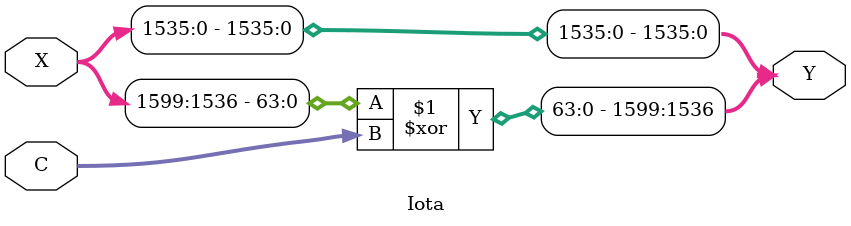
<source format=sv>
`timescale 1ns / 1ps
module keccak1600 (
    input           CLK,
    input           RESET,
    input           INIT,
    input           GO,
    input           SQUEEZE,
	input 			IN_READY,
    input           ABSORB,
    input           EXTEND,
    input   [31:0]  DIN_0, DIN_1,
    output          DONE,
    output  [31:0]  RESULT_0, RESULT_1
);

    wire    RESET_RF, ENABLE_RF, DONE_INTERN;
    wire    [63:0]   CONST;
    wire    [1599:0] REORDER_OUT_0, REORDER_OUT_1;
	reg 	[1599:0] STATE_RESULT_0, STATE_RESULT_1;
    assign RESULT_0 = STATE_RESULT_0[1599:1568];
    assign RESULT_1 = STATE_RESULT_1[1599:1568];
    assign DONE = DONE_INTERN;
	
	always @(posedge CLK) begin
		if (RESET) begin STATE_RESULT_0 <= 0; STATE_RESULT_1 <= 0; end 
		else if (DONE_INTERN) begin STATE_RESULT_0 <= REORDER_OUT_0; STATE_RESULT_1 <= REORDER_OUT_1; end 
		else if (SQUEEZE) begin STATE_RESULT_0 <= {STATE_RESULT_0[1567:0], STATE_RESULT_0[1599:1568]}; STATE_RESULT_1 <= {STATE_RESULT_1[1567:0], STATE_RESULT_1[1599:1568]}; end 
		else begin STATE_RESULT_0 <= STATE_RESULT_0; STATE_RESULT_1 <= STATE_RESULT_1; end 
	end 

    Round rnd(.CLK(CLK), .RESET(RESET_RF), .INIT(INIT), .ENABLE(ENABLE_RF), .IN_READY(IN_READY), .ABSORB(ABSORB), .EXTEND(EXTEND), .CONST(CONST), .DIN_0(DIN_0), .DIN_1(DIN_1), .OUTPUT_0(REORDER_OUT_0), .OUTPUT_1(REORDER_OUT_1));
    StateMachine fsm(.CLK(CLK), .RESET(RESET), .INIT(INIT), .GO(GO), .DONE(DONE_INTERN), .RESET_RF(RESET_RF), .ENABLE_RF(ENABLE_RF), .CONST(CONST));

endmodule

/////////////////////////////////////////////////////////////////////////////////////////////////////////////////////////////////////////////////////////////////////////

`define low_pos(w,b)      ((w)*64 + (b)*8)
`define low_pos2(w,b)     `low_pos(w,7-b)
`define high_pos(w,b)     (`low_pos(w,b) + 7)
`define high_pos2(w,b)    (`low_pos2(w,b) + 7)

module Round (
    input           CLK,
    input           RESET,
    input           INIT,
    input           ENABLE,
    input           IN_READY,
    input           ABSORB,
    input           EXTEND,
    input   [63:0]  CONST,
    input   [31:0]  DIN_0, DIN_1,
    output  [1599:0] OUTPUT_0, OUTPUT_1
);

    wire    [1599:0] MUX_0, STATE_0, TMP1_0, TMP2_0, TMP3_0, TMP4_0, TMP5_0, TMP6_0;
    wire    [1599:0] MUX_1, STATE_1, TMP1_1, TMP2_1, TMP3_1, TMP4_1, TMP5_1, TMP6_1;

    assign OUTPUT_0 = STATE_0;
    assign OUTPUT_1 = STATE_1;

    RegisterFDRE Reg_0(.CLK(CLK), .RESET(RESET), .INIT(INIT), .ENABLE(ENABLE), .IN_READY(IN_READY), .ABSORB(ABSORB), .EXTEND(EXTEND), .DIN(DIN_0), .D(TMP6_0), .Q(STATE_0));
    RegisterFDRE Reg_1(.CLK(CLK), .RESET(RESET), .INIT(INIT), .ENABLE(ENABLE), .IN_READY(IN_READY), .ABSORB(ABSORB), .EXTEND(EXTEND), .DIN(DIN_1), .D(TMP6_1), .Q(STATE_1));
    Theta   T0(.X(MUX_0), 	.Y(TMP1_0));
    Theta   T1(.X(MUX_1), 	.Y(TMP1_1));
    Rho     R0(.X(TMP1_0), 	.Y(TMP2_0));
    Rho     R1(.X(TMP1_1), 	.Y(TMP2_1));
    Pi      P0(.X(TMP2_0), 	.Y(TMP3_0));
    Pi      P1(.X(TMP2_1), 	.Y(TMP3_1));
    Chi     C(.X_0(TMP3_0),	.X_1(TMP3_1), .Y_0(TMP4_0), .Y_1(TMP4_1));
    Iota    I0(.X(TMP4_0), .C(CONST), .Y(TMP5_0));
    assign TMP5_1 = TMP4_1;
	

	genvar w, b;
	
    generate
      for(w=0; w<25; w=w+1)
        begin  
          for(b=0; b<8; b=b+1)
            begin 
              assign MUX_0[`high_pos(w,b):`low_pos(w,b)] = STATE_0[`high_pos2(w,b):`low_pos2(w,b)];
              assign MUX_1[`high_pos(w,b):`low_pos(w,b)] = STATE_1[`high_pos2(w,b):`low_pos2(w,b)];
            end
        end
    endgenerate

    generate
      for(w=0; w<25; w=w+1)
        begin  
          for(b=0; b<8; b=b+1)
            begin  
              assign TMP6_0[`high_pos(w,b):`low_pos(w,b)] = TMP5_0[`high_pos2(w,b):`low_pos2(w,b)];
              assign TMP6_1[`high_pos(w,b):`low_pos(w,b)] = TMP5_1[`high_pos2(w,b):`low_pos2(w,b)];
            end
        end
    endgenerate
	
endmodule

`undef low_pos
`undef low_pos2
`undef high_pos
`undef high_pos2

/////////////////////////////////////////////////////////////////////////////////////////////////////////////////////////////////////////////////////////////////////////

module RegisterFDRE (
    input           CLK,
    input           RESET,
    input           INIT,
    input           ENABLE,
    input           IN_READY,
    input           ABSORB,
    input           EXTEND,
    input   [31:0]  DIN,
    input   [1599:0] D,
    output  [1599:0] Q
);

    wire    [31:0]  Din_mux;
    reg     [1599:0] Q_buf;

    assign Q = Q_buf;
    assign Din_mux = EXTEND ? Q_buf[1599:1568] : (ABSORB ? Q_buf[1599:1568] ^ DIN : DIN) ;

    always @(posedge CLK) begin
        if (RESET) Q_buf <= 0;
        else if (INIT) Q_buf <= 0;
        else if (IN_READY | EXTEND ) Q_buf <= {Q_buf[1567:0], Din_mux};
        else if (ENABLE) Q_buf <= D;
    end

endmodule

/////////////////////////////////////////////////////////////////////////////////////////////////////////////////////////////////////////////////////////////////////////

module StateMachine (
    input           CLK,
    input           RESET,
    input           INIT,
    input           GO,
    output  reg     DONE,
    output  reg     RESET_RF,
    output  reg     ENABLE_RF,
    output reg [63:0] CONST
);
    `define     S_RESET 2'h0
    `define     S_INIT  2'h1
    `define     S_ROUND 2'h2
    `define     S_DONE  2'h3

    reg     [1:0]   STATE, NEXT_STATE;
    reg     [7:0]   LFSR;
    reg             RESET_LFSR, ENABLE_LFSR;

    always @(posedge CLK) begin
        if (RESET_LFSR) LFSR <= 8'h1;
        else if (ENABLE_LFSR) LFSR <= {LFSR[6:0], (LFSR[7] ^ LFSR[5] ^ LFSR[4] ^ LFSR[3])};
        else LFSR <= LFSR;
    end     

    always @(LFSR) begin 
        case(LFSR)
            8'h01  : CONST <= 64'h0000000000000001;
            8'h02  : CONST <= 64'h0000000000008082;
            8'h04  : CONST <= 64'h800000000000808A;
            8'h08  : CONST <= 64'h8000000080008000;
            8'h11  : CONST <= 64'h000000000000808B;
            8'h23  : CONST <= 64'h0000000080000001;
            8'h47  : CONST <= 64'h8000000080008081;
            8'h8E  : CONST <= 64'h8000000000008009;
            8'h1C  : CONST <= 64'h000000000000008A;
            8'h38  : CONST <= 64'h0000000000000088;
            8'h71  : CONST <= 64'h0000000080008009;
            8'hE2  : CONST <= 64'h000000008000000A;
            8'hC4  : CONST <= 64'h000000008000808B;
            8'h89  : CONST <= 64'h800000000000008B;
            8'h12  : CONST <= 64'h8000000000008089;
            8'h25  : CONST <= 64'h8000000000008003;
            8'h4B  : CONST <= 64'h8000000000008002;
            8'h97  : CONST <= 64'h8000000000000080;
            8'h2E  : CONST <= 64'h000000000000800A;
            8'h5C  : CONST <= 64'h800000008000000A;
            8'hB8  : CONST <= 64'h8000000080008081;
            8'h70  : CONST <= 64'h8000000000008080;
            8'hE0  : CONST <= 64'h0000000080000001;
            8'hC0  : CONST <= 64'h8000000080008008; 			
            default : CONST <= 64'h0000000000000000;
        endcase
    end 

    always @(posedge CLK) begin
        if (RESET)  STATE <= `S_RESET;
        else        STATE <= NEXT_STATE;
    end 

    always @(STATE, INIT, GO, LFSR) begin
        RESET_RF <= 0;
        ENABLE_RF <= 0;
        RESET_LFSR <= 0;
        ENABLE_LFSR <= 0;
        DONE <= 0;
        NEXT_STATE <= STATE;
        
        case (STATE)
            `S_RESET : begin 
                RESET_RF <= 1;
                RESET_LFSR <= 1;
                if (INIT) NEXT_STATE <= `S_INIT;
            end 
            `S_INIT : begin
               ENABLE_RF <= 0;
               ENABLE_LFSR <= 0;
               DONE <= 0; 
               if (GO) NEXT_STATE <= `S_ROUND;
            end
            `S_ROUND : begin
                ENABLE_RF <= 1;
                ENABLE_LFSR <= 1;
                if (LFSR == 8'hC0) NEXT_STATE <= `S_DONE;
            end 
            `S_DONE : begin
                DONE <= 1;
                RESET_LFSR <= 1;
                NEXT_STATE <= `S_INIT;
            end 
        endcase
    end 

endmodule

/////////////////////////////////////////////////////////////////////////////////////////////////////////////////////////////////////////////////////////////////////////

module Theta (
    input   [1599:0] X,
    output  [1599:0] Y
);
    wire    [319:0] SUMS;
    assign SUMS = X[1599:1280] ^ X[1279:960] ^ X[959:640] ^ X[639:320] ^ X[319:0];

    genvar I;
    generate
        for (I = 0; I < 5; I = I + 1)
            begin				
                assign Y[320*I+319 : 320*I+256] = X[320*I+319 : 320*I+256] ^ SUMS[63  :  0 ] ^ {SUMS[254 : 192], SUMS[255]}; // 0
                assign Y[320*I+255 : 320*I+192] = X[320*I+255 : 320*I+192] ^ SUMS[319 : 256] ^ {SUMS[190 : 128], SUMS[191]}; // 1	
                assign Y[320*I+191 : 320*I+128] = X[320*I+191 : 320*I+128] ^ SUMS[255 : 192] ^ {SUMS[126 : 64 ], SUMS[127]}; // 2
                assign Y[320*I+127 : 320*I+64 ] = X[320*I+127 : 320*I+64 ] ^ SUMS[191 : 128] ^ {SUMS[ 62 :  0 ], SUMS[63]}; // 3	
				assign Y[320*I+63  :  320*I+0 ] = X[320*I+63  :  320*I+0 ] ^ SUMS[127 : 64 ] ^ {SUMS[318 : 256], SUMS[319]}; // 4	
            end        
    endgenerate

endmodule

/////////////////////////////////////////////////////////////////////////////////////////////////////////////////////////////////////////////////////////////////////////

module Rho (
    input   [1599:0] X,
    output  [1599:0] Y
);
    // Y = 0
    assign Y[1599 : 1536] = X[1599 : 1536]; 
    assign Y[1535 : 1472] = {X[1534 : 1472] , X[1535]};
    assign Y[1471 : 1408] = {X[1409 : 1408], X[1471 : 1410]};// 62
    assign Y[1407 : 1344] = {X[1379 : 1344], X[1407 : 1380]};// 28
    assign Y[1343 : 1280] = {X[1316 : 1280], X[1343 : 1317]};// 27

    // Y = 1
    assign Y[1279 : 1216] = {X[1243 : 1216], X[1279 : 1244]};// 36
    assign Y[1215 : 1152] = {X[1171 : 1152], X[1215 : 1172]};// 44
    assign Y[1151 : 1088] = {X[1145 : 1088], X[1151 : 1146]};// 6
    assign Y[1087 : 1024] = {X[1032 : 1024], X[1087 : 1033]};// 55
    assign Y[1023 :  960] = {X[1003 :  960], X[1023 : 1004]};// 20
	
    // Y = 2 
    assign Y[ 959 :  896] = {X[ 956 :  896], X[ 959 :  957]};// 3
    assign Y[ 895 :  832] = {X[ 885 :  832], X[ 895 :  886]};// 10
    assign Y[ 831 :  768] = {X[ 788 :  768], X[ 831 :  789]};// 43
    assign Y[ 767 :  704] = {X[ 742 :  704], X[ 767 :  743]};// 25
    assign Y[ 703 :  640] = {X[ 664 :  640], X[ 703 :  665]};// 39
	
    // Y = 3
    assign Y[ 639 :  576] = {X[ 598 :  576], X[ 639 :  599]};// 41
    assign Y[ 575 :  512] = {X[ 530 :  512], X[ 575 :  531]};// 45
    assign Y[ 511 :  448] = {X[ 496 :  448], X[ 511 :  497]};// 15
    assign Y[ 447 :  384] = {X[ 426 :  384], X[ 447 :  427]};// 21
    assign Y[ 383 :  320] = {X[ 375 :  320], X[ 383 :  376]};// 8
      
    // Y = 4
    assign Y[ 319 :  256] = {X[ 301 :  256], X[ 319 :  302]};// 18
    assign Y[ 255 :  192] = {X[ 253 :  192], X[ 255 :  254]};// 2
    assign Y[ 191 :  128] = {X[ 130 :  128], X[ 191 :  131]};// 61
    assign Y[ 127 :   64] = {X[ 71 :   64 ], X[ 127 :  72 ]};// 56
    assign Y[  63 :    0] = {X[  49 :    0], X[  63 :  50 ]};// 14

endmodule

/////////////////////////////////////////////////////////////////////////////////////////////////////////////////////////////////////////////////////////////////////////

module Pi (
    input   [1599:0] X,
    output  [1599:0] Y
);
    // Y = 0   
    assign Y[1599 : 1536] = X[1599 : 1536]; // 0,0 - 0,0
    assign Y[1535 : 1472] = X[1215 : 1152];	//[1,0] - 1,1
    assign Y[1471 : 1408] = X[ 831 :  768];	//[2,0] - 2,2
    assign Y[1407 : 1344] = X[ 447 :  384];	//[3,0] - 3,3
    assign Y[1343 : 1280] = X[  63 :    0];	//[4,0] - 4,4 

    // Y = 1
    assign Y[1279 : 1216] = X[1407 : 1344]; //[0,1] - 3,0 
    assign Y[1215 : 1152] = X[1023 :  960];	//[1,1] - 4,1
    assign Y[1151 : 1088] = X[ 959 :  896];	//[2,1] - 0,2
    assign Y[1087 : 1024] = X[ 575 :  512];	//[3,1] - 1,3
    assign Y[1023 :  960] = X[ 191 :  128]; //[4,1] - 2,4

    // Y = 2    
    assign Y[ 959 :  896] = X[1535 : 1472];  // 0,2 - 1,0
    assign Y[ 895 :  832] = X[1151 : 1088];  // 1,2 - 2,1
    assign Y[ 831 :  768] = X[ 767 :  704];  // 2,2 - 3,2
    assign Y[ 767 :  704] = X[ 383 :  320];  // 3,2 - 4,3
    assign Y[ 703 :  640] = X[ 319 :  256];  // 4,2 - 0,4
	
    // Y = 3
    assign Y[ 639 :  576] = X[1343 : 1280];  // 0,3 - 4,0
    assign Y[ 575 :  512] = X[1279 : 1216];  // 1,3 - 0,1
    assign Y[ 511 :  448] = X[ 895 :  832];  // 2,3 - 1,2
    assign Y[ 447 :  384] = X[ 511 :  448];	 // 3,3 - 2,3
    assign Y[ 383 :  320] = X[ 127 :   64];	 // 4,3 - 3,4

    // Y = 4
    assign Y[ 319 :  256] = X[1471 : 1408];  // 0,4 - 2,0
    assign Y[ 255 :  192] = X[1087 : 1024];	 // 1,4 - 3,1
    assign Y[ 191 :  128] = X[ 703 :  640];	 // 2,4 - 4,2
    assign Y[ 127 :   64] = X[ 639 :  576];	 // 3,4 - 0,3
    assign Y[  63 :    0] = X[ 255 :  192];	 // 4,4 - 1,4
	
endmodule

/////////////////////////////////////////////////////////////////////////////////////////////////////////////////////////////////////////////////////////////////////////
`define low_pos(x,y)        `high_pos(x,y) - 63
`define high_pos(x,y)       1599 - 64*(5*y+x)
`define add_1(x)            (x == 4 ? 0 : x + 1)
`define add_2(x)            (x == 3 ? 0 : x == 4 ? 1 : x + 2)

module Chi (
    input   [1599:0] X_0, X_1,
    output  [1599:0] Y_0, Y_1
);

    wire   [63:0]   e_0[4:0][4:0], e_1[4:0][4:0], f_0[4:0][4:0], f_1[4:0][4:0];
    wire    [63:0]   a0b0[4:0][4:0], a0b1[4:0][4:0], a1b0[4:0][4:0], a1b1[4:0][4:0];
    genvar x, y;

    generate
      for(y=0; y<5; y=y+1)
        begin : L0
          for(x=0; x<5; x=x+1)
            begin : L1
              assign e_0[x][y] = X_0[`high_pos(x,y) : `low_pos(x,y)];
              assign e_1[x][y] = X_1[`high_pos(x,y) : `low_pos(x,y)];
            end
        end
    endgenerate

	generate
      for(y=0; y<5; y=y+1)
        begin : L5
          for(x=0; x<5; x=x+1)
            begin : L6
				assign a0b0[x][y] = e_0[x][y] ^ e_0[`add_2(x)][y] ^ (e_0[`add_1(x)][y] & e_0[`add_2(x)][y]);
				assign a0b1[x][y] = e_0[`add_1(x)][y] & e_1[`add_2(x)][y];
				assign a1b0[x][y] = e_1[`add_1(x)][y] & e_0[`add_2(x)][y];
				assign a1b1[x][y] = e_1[x][y] ^ e_1[`add_2(x)][y] ^ (e_1[`add_1(x)][y] & e_1[`add_2(x)][y]);
			  
				assign f_0[x][y] = a0b0[x][y] ^ a0b1[x][y];
				assign f_1[x][y] = a1b0[x][y] ^ a1b1[x][y];
            end
        end
    endgenerate 

    generate
      for(y=0; y<5; y=y+1)
        begin : L99
          for(x=0; x<5; x=x+1)
            begin : L100
              assign Y_0[`high_pos(x,y) : `low_pos(x,y)] = f_0[x][y];
              assign Y_1[`high_pos(x,y) : `low_pos(x,y)] = f_1[x][y];
            end
        end
    endgenerate

endmodule

/////////////////////////////////////////////////////////////////////////////////////////////////////////////////////////////////////////////////////////////////////////

module Iota (
    input   [1599:0] X,
    input   [63:0]   C,
    output  [1599:0] Y
);

    assign Y = {(X[1599:1536] ^ C), X[1535:0]};

endmodule

`undef low_pos 
`undef high_pos 
`undef add_1 
`undef add_2 
</source>
